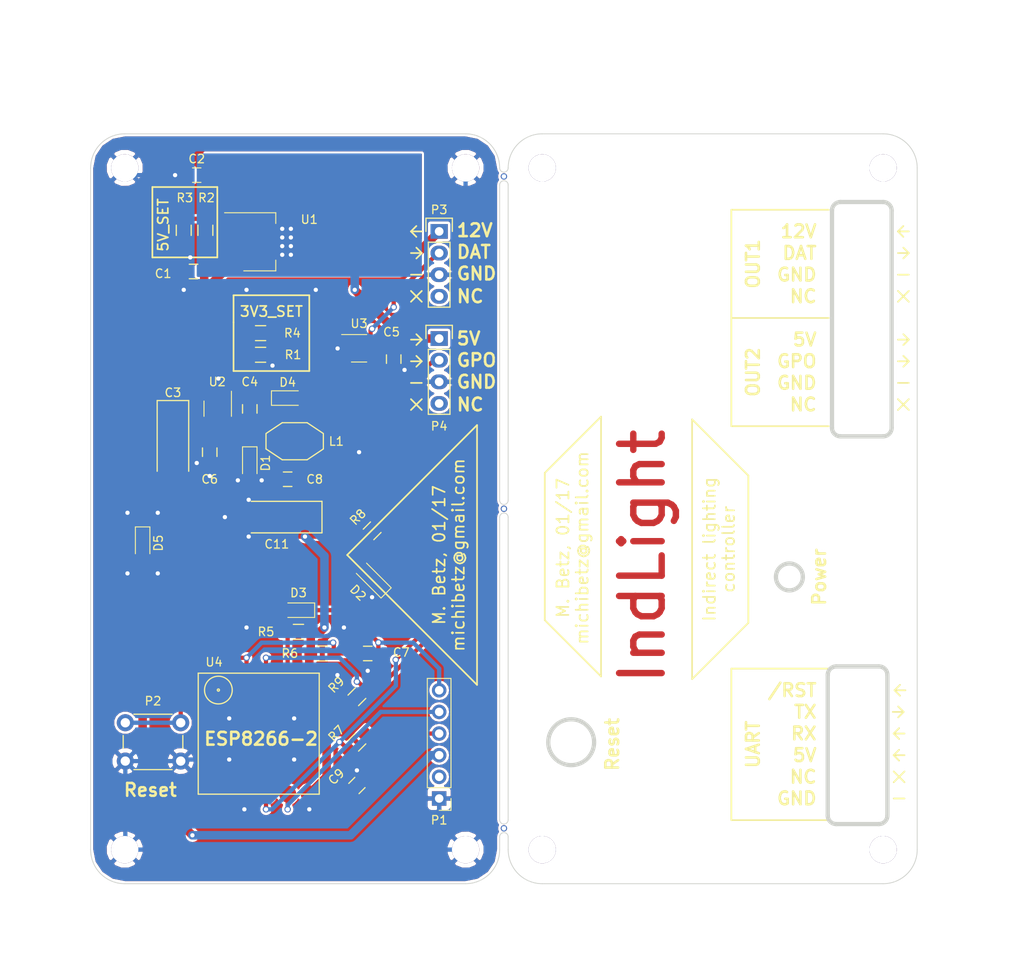
<source format=kicad_pcb>
(kicad_pcb (version 20160815) (host pcbnew no-vcs-found-7434~57~ubuntu16.04.1)
  (layers (0 F.Cu signal) (31 B.Cu signal) (34 B.Paste user) (35 F.Paste user) (36 B.SilkS user) (37 F.SilkS user) (38 B.Mask user) (39 F.Mask user) (44 Edge.Cuts user))
  (net 0 "")
  (net 1 +12V)
  (net 2 GND)
  (net 3 "Net-(C4-Pad1)")
  (net 4 "Net-(C4-Pad2)")
  (net 5 +5V)
  (net 6 +3V3)
  (net 7 /ESP_TX)
  (net 8 /ESP_RX)
  (net 9 /ESP_G2)
  (net 10 "Net-(P3-Pad2)")
  (net 11 "Net-(P4-Pad2)")
  (net 12 "Net-(R2-Pad1)")
  (net 13 "Net-(R1-Pad2)")
  (net 14 "Net-(D2-Pad2)")
  (net 15 "Net-(C7-Pad1)")
  (net 16 "Net-(D3-Pad2)")
  (net 17 "Net-(P1-Pad4)")
  (net 18 "Net-(C7-Pad2)")
  (net 19 "Net-(P1-Pad2)")
  (net 20 "Net-(D5-Pad2)")
  (net 21 "Net-(P4-Pad4)")
  (net 22 "Net-(P3-Pad4)")
  (module SOT-223 (layer F.Cu) (at 67.816499 61.671897)
    (fp_text reference U1 (at 5.843501 -2.616897) (layer F.SilkS))
    (fp_text value REG1117)
    (pad 4 smd rect (at 3.15 0) (size 2 3.8) (layers F.Cu F.Paste F.Mask) (net 5 +5V))
    (pad 2 smd rect (at -3.15 0) (size 2 1.5) (layers F.Cu F.Paste F.Mask) (net 5 +5V))
    (pad 3 smd rect (at -3.15 2.3) (size 2 1.5) (layers F.Cu F.Paste F.Mask) (net 1 +12V))
    (pad 1 smd rect (at -3.15 -2.3) (size 2 1.5) (layers F.Cu F.Paste F.Mask) (net 12 "Net-(R2-Pad1)"))
    (pad 4 thru_hole circle (at 2.667 -1.524) (size 0.75 0.75) (drill 0.5) (layers *.Cu F.Mask) (net 5 +5V))
    (pad 4 thru_hole circle (at 3.683 -1.524) (size 0.75 0.75) (drill 0.5) (layers *.Cu F.Mask) (net 5 +5V))
    (pad 4 thru_hole circle (at 2.667 -0.508) (size 0.75 0.75) (drill 0.5) (layers *.Cu F.Mask) (net 5 +5V))
    (pad 4 thru_hole circle (at 3.683 -0.508) (size 0.75 0.75) (drill 0.5) (layers *.Cu F.Mask) (net 5 +5V))
    (pad 4 thru_hole circle (at 2.667 0.508) (size 0.75 0.75) (drill 0.5) (layers *.Cu F.Mask) (net 5 +5V))
    (pad 4 thru_hole circle (at 3.683 0.508) (size 0.75 0.75) (drill 0.5) (layers *.Cu F.Mask) (net 5 +5V))
    (pad 4 thru_hole circle (at 3.683 1.524) (size 0.75 0.75) (drill 0.5) (layers *.Cu F.Mask) (net 5 +5V))
    (pad 4 thru_hole circle (at 2.667 1.524) (size 0.75 0.75) (drill 0.5) (layers *.Cu F.Mask) (net 5 +5V))
  )
  (module Socket_Strips:Socket_Strip_Straight_1x04 (layer F.Cu) (at 88.9 60.452 270)
    (fp_text reference P3 (at -2.54 0) (layer F.SilkS))
    (fp_text value CONN_01X04)
    (pad 1 thru_hole rect (at 0 0 270) (size 1.7272 2.032) (drill 1.016) (layers *.Cu *.Mask) (net 1 +12V))
    (pad 2 thru_hole oval (at 2.54 0 270) (size 1.7272 2.032) (drill 1.016) (layers *.Cu *.Mask) (net 10 "Net-(P3-Pad2)"))
    (pad 3 thru_hole oval (at 5.08 0 270) (size 1.7272 2.032) (drill 1.016) (layers *.Cu *.Mask) (net 2 GND))
    (pad 4 thru_hole oval (at 7.62 0 270) (size 1.7272 2.032) (drill 1.016) (layers *.Cu *.Mask) (net 22 "Net-(P3-Pad4)"))
  )
  (module Socket_Strips:Socket_Strip_Straight_1x04 (layer F.Cu) (at 88.9 73.025 270)
    (fp_text reference P4 (at 10.287 0) (layer F.SilkS))
    (fp_text value CONN_01X04)
    (pad 4 thru_hole oval (at 7.62 0 270) (size 1.7272 2.032) (drill 1.016) (layers *.Cu *.Mask) (net 21 "Net-(P4-Pad4)"))
    (pad 3 thru_hole oval (at 5.08 0 270) (size 1.7272 2.032) (drill 1.016) (layers *.Cu *.Mask) (net 2 GND))
    (pad 2 thru_hole oval (at 2.54 0 270) (size 1.7272 2.032) (drill 1.016) (layers *.Cu *.Mask) (net 11 "Net-(P4-Pad2)"))
    (pad 1 thru_hole rect (at 0 0 270) (size 1.7272 2.032) (drill 1.016) (layers *.Cu *.Mask) (net 5 +5V))
  )
  (module Mounting_Holes:MountingHole_3.2mm_M3 (layer F.Cu) (at 141 53)
    (fp_text reference W2 hide)
    (fp_text value TEST_1P)
    (pad 1 thru_hole circle (at 0 0) (size 3.2 3.2) (drill 3.2) (layers *.Cu *.Mask) (net 2 GND))
  )
  (module Mounting_Holes:MountingHole_3.2mm_M3 (layer F.Cu) (at 101 133)
    (fp_text reference W3 hide)
    (fp_text value TEST_1P)
    (pad 1 thru_hole circle (at 0 0) (size 3.2 3.2) (drill 3.2) (layers *.Cu *.Mask) (net 2 GND))
  )
  (module Mounting_Holes:MountingHole_3.2mm_M3 (layer F.Cu) (at 141 133)
    (fp_text reference W4 hide)
    (fp_text value TEST_1P)
    (pad 1 thru_hole circle (at 0 0) (size 3.2 3.2) (drill 3.2) (layers *.Cu *.Mask) (net 2 GND))
  )
  (module Mounting_Holes:MountingHole_3.2mm_M3 (layer F.Cu) (at 101 53)
    (fp_text reference W1 hide)
    (fp_text value TEST_1P)
    (pad 1 thru_hole circle (at 0 0) (size 3.2 3.2) (drill 3.2) (layers *.Cu *.Mask) (net 2 GND))
  )
  (module Diodes_SMD:D_SOD-323_HandSoldering (layer F.Cu) (at 66.675 87.63 270)
    (fp_text reference D1 (at 0 -1.85 270) (layer F.SilkS))
    (fp_text value B5819WS)
    (pad 1 smd rect (at -1.25 0 270) (size 1 1) (layers F.Cu F.Paste F.Mask) (net 3 "Net-(C4-Pad1)"))
    (pad 2 smd rect (at 1.25 0 270) (size 1 1) (layers F.Cu F.Paste F.Mask) (net 2 GND))
  )
  (module Diodes_SMD:D_SOD-323_HandSoldering (layer F.Cu) (at 72.39 104.902 180)
    (fp_text reference D3 (at 0 2.032 180) (layer F.SilkS))
    (fp_text value B5819WS)
    (pad 2 smd rect (at 1.25 0 180) (size 1 1) (layers F.Cu F.Paste F.Mask) (net 16 "Net-(D3-Pad2)"))
    (pad 1 smd rect (at -1.25 0 180) (size 1 1) (layers F.Cu F.Paste F.Mask) (net 18 "Net-(C7-Pad2)"))
  )
  (module Diodes_SMD:D_SOD-323_HandSoldering (layer F.Cu) (at 71.12 80.01)
    (fp_text reference D4 (at 0 -1.85) (layer F.SilkS))
    (fp_text value B5819WS)
    (pad 1 smd rect (at -1.25 0) (size 1 1) (layers F.Cu F.Paste F.Mask) (net 4 "Net-(C4-Pad2)"))
    (pad 2 smd rect (at 1.25 0) (size 1 1) (layers F.Cu F.Paste F.Mask) (net 6 +3V3))
  )
  (module Diodes_SMD:D_SOD-323_HandSoldering (layer F.Cu) (at 54.102 97.028 270)
    (fp_text reference D5 (at 0 -1.85 270) (layer F.SilkS))
    (fp_text value B5819WS)
    (pad 2 smd rect (at 1.25 0 270) (size 1 1) (layers F.Cu F.Paste F.Mask) (net 20 "Net-(D5-Pad2)"))
    (pad 1 smd rect (at -1.25 0 270) (size 1 1) (layers F.Cu F.Paste F.Mask) (net 1 +12V))
  )
  (module TO_SOT_Packages_SMD:SOT-23-6_Handsoldering (layer F.Cu) (at 79.502 74.168)
    (fp_text reference U3 (at 0 -2.9) (layer F.SilkS))
    (fp_text value SN74LVC2G17)
    (pad 1 smd rect (at -1.35 -0.95) (size 1.56 0.65) (layers F.Cu F.Paste F.Mask) (net 8 /ESP_RX))
    (pad 2 smd rect (at -1.35 0) (size 1.56 0.65) (layers F.Cu F.Paste F.Mask) (net 2 GND))
    (pad 3 smd rect (at -1.35 0.95) (size 1.56 0.65) (layers F.Cu F.Paste F.Mask) (net 9 /ESP_G2))
    (pad 4 smd rect (at 1.35 0.95) (size 1.56 0.65) (layers F.Cu F.Paste F.Mask) (net 11 "Net-(P4-Pad2)"))
    (pad 6 smd rect (at 1.35 -0.95) (size 1.56 0.65) (layers F.Cu F.Paste F.Mask) (net 10 "Net-(P3-Pad2)"))
    (pad 5 smd rect (at 1.35 0) (size 1.56 0.65) (layers F.Cu F.Paste F.Mask) (net 5 +5V))
  )
  (module Capacitors_SMD:C_0805_HandSoldering (layer F.Cu) (at 60.452 53.848 180)
    (fp_text reference C2 (at 0 1.905 180) (layer F.SilkS))
    (fp_text value 470n)
    (pad 2 smd rect (at 1.25 0 180) (size 1.5 1.25) (layers F.Cu F.Paste F.Mask) (net 2 GND))
    (pad 1 smd rect (at -1.25 0 180) (size 1.5 1.25) (layers F.Cu F.Paste F.Mask) (net 5 +5V))
  )
  (module TO_SOT_Packages_SMD:SOT-23-6_Handsoldering (layer F.Cu) (at 62.912982 81.254168 270)
    (fp_text reference U2 (at -3.149168 0.047982) (layer F.SilkS))
    (fp_text value LT1933)
    (pad 5 smd rect (at 1.35 0 270) (size 1.56 0.65) (layers F.Cu F.Paste F.Mask) (net 1 +12V))
    (pad 6 smd rect (at 1.35 -0.95 270) (size 1.56 0.65) (layers F.Cu F.Paste F.Mask) (net 3 "Net-(C4-Pad1)"))
    (pad 4 smd rect (at 1.35 0.95 270) (size 1.56 0.65) (layers F.Cu F.Paste F.Mask) (net 1 +12V))
    (pad 3 smd rect (at -1.35 0.95 270) (size 1.56 0.65) (layers F.Cu F.Paste F.Mask) (net 13 "Net-(R1-Pad2)"))
    (pad 2 smd rect (at -1.35 0 270) (size 1.56 0.65) (layers F.Cu F.Paste F.Mask) (net 2 GND))
    (pad 1 smd rect (at -1.35 -0.95 270) (size 1.56 0.65) (layers F.Cu F.Paste F.Mask) (net 4 "Net-(C4-Pad2)"))
  )
  (module myStuff:DO1608 (layer F.Cu) (at 71.755 85.09 180)
    (fp_text reference L1 (at -5.08 0) (layer F.SilkS))
    (fp_text value 22uH)
    (pad 1 smd rect (at -2.92 0 180) (size 1.4 3.56) (layers F.Cu F.Paste F.Mask) (net 6 +3V3))
    (pad 2 smd rect (at 2.54 0 180) (size 1.4 3.56) (layers F.Cu F.Paste F.Mask) (net 3 "Net-(C4-Pad1)"))
  )
  (module Mounting_Holes:MountingHole_3.2mm_M3 (layer F.Cu) (at 92 53)
    (fp_text reference W2 hide)
    (fp_text value TEST_1P)
    (pad 1 thru_hole circle (at 0 0) (size 3.2 3.2) (drill 3.2) (layers *.Cu *.Mask) (net 2 GND))
  )
  (module Mounting_Holes:MountingHole_3.2mm_M3 (layer F.Cu) (at 92 133)
    (fp_text reference W4 hide)
    (fp_text value TEST_1P)
    (pad 1 thru_hole circle (at 0 0) (size 3.2 3.2) (drill 3.2) (layers *.Cu *.Mask) (net 2 GND))
  )
  (module Mounting_Holes:MountingHole_3.2mm_M3 (layer F.Cu) (at 52 53)
    (fp_text reference W1 hide)
    (fp_text value TEST_1P)
    (pad 1 thru_hole circle (at 0 0) (size 3.2 3.2) (drill 3.2) (layers *.Cu *.Mask) (net 2 GND))
  )
  (module Mounting_Holes:MountingHole_3.2mm_M3 (layer F.Cu) (at 52 133)
    (fp_text reference W3 hide)
    (fp_text value TEST_1P)
    (pad 1 thru_hole circle (at 0 0) (size 3.2 3.2) (drill 3.2) (layers *.Cu *.Mask) (net 2 GND))
  )
  (module Buttons_Switches_ThroughHole:SW_PUSH_6mm (layer F.Cu) (at 52.07 118.11)
    (fp_text reference P2 (at 3.25 -2.54) (layer F.SilkS))
    (fp_text value CONN_01X02)
    (pad 1 thru_hole circle (at 6.5 0 90) (size 2 2) (drill 1.1) (layers *.Cu *.Mask) (net 15 "Net-(C7-Pad1)"))
    (pad 2 thru_hole circle (at 6.5 4.5 90) (size 2 2) (drill 1.1) (layers *.Cu *.Mask) (net 2 GND))
    (pad 1 thru_hole circle (at 0 0 90) (size 2 2) (drill 1.1) (layers *.Cu *.Mask) (net 15 "Net-(C7-Pad1)"))
    (pad 2 thru_hole circle (at 0 4.5 90) (size 2 2) (drill 1.1) (layers *.Cu *.Mask) (net 2 GND))
  )
  (module Capacitors_SMD:C_0805_HandSoldering (layer F.Cu) (at 80.518 109.982)
    (fp_text reference C7 (at 3.937 -0.127 -180) (layer F.SilkS))
    (fp_text value 100n)
    (pad 2 smd rect (at 1.25 0) (size 1.5 1.25) (layers F.Cu F.Paste F.Mask) (net 18 "Net-(C7-Pad2)"))
    (pad 1 smd rect (at -1.25 0) (size 1.5 1.25) (layers F.Cu F.Paste F.Mask) (net 15 "Net-(C7-Pad1)"))
  )
  (module Resistors_SMD:R_0805_HandSoldering (layer F.Cu) (at 79.248 115.062 45)
    (fp_text reference R9 (at -0.71842 -2.694077 225) (layer F.SilkS))
    (fp_text value 10k)
    (pad 2 smd rect (at 1.35 0 45) (size 1.5 1.3) (layers F.Cu F.Paste F.Mask) (net 9 /ESP_G2))
    (pad 1 smd rect (at -1.35 0 45) (size 1.5 1.3) (layers F.Cu F.Paste F.Mask) (net 6 +3V3))
  )
  (module Pin_Headers:Pin_Header_Straight_1x06_Pitch2.54mm (layer F.Cu) (at 88.9 127 180)
    (fp_text reference P1 (at 0 -2.54 180) (layer F.SilkS))
    (fp_text value TTL_232R_3V3)
    (pad 6 thru_hole oval (at 0 12.7 180) (size 1.7 1.7) (drill 1) (layers *.Cu *.Mask) (net 18 "Net-(C7-Pad2)"))
    (pad 5 thru_hole oval (at 0 10.16 180) (size 1.7 1.7) (drill 1) (layers *.Cu *.Mask) (net 7 /ESP_TX))
    (pad 4 thru_hole oval (at 0 7.62 180) (size 1.7 1.7) (drill 1) (layers *.Cu *.Mask) (net 17 "Net-(P1-Pad4)"))
    (pad 3 thru_hole oval (at 0 5.08 180) (size 1.7 1.7) (drill 1) (layers *.Cu *.Mask) (net 20 "Net-(D5-Pad2)"))
    (pad 2 thru_hole oval (at 0 2.54 180) (size 1.7 1.7) (drill 1) (layers *.Cu *.Mask) (net 19 "Net-(P1-Pad2)"))
    (pad 1 thru_hole rect (at 0 0 180) (size 1.7 1.7) (drill 1) (layers *.Cu *.Mask) (net 2 GND))
  )
  (module Capacitors_Tantalum_SMD:Tantalum_Case-C_EIA-6032-28_Hand (layer F.Cu) (at 69.85 93.98 180)
    (fp_text reference C11 (at 0 -3.175 180) (layer F.SilkS))
    (fp_text value 33u)
    (pad 1 smd rect (at -3.125 0 180) (size 3.75 2.5) (layers F.Cu F.Paste F.Mask) (net 6 +3V3))
    (pad 2 smd rect (at 3.125 0 180) (size 3.75 2.5) (layers F.Cu F.Paste F.Mask) (net 2 GND))
  )
  (module Resistors_SMD:R_0805_HandSoldering (layer F.Cu) (at 81.03645 95.587628 45)
    (fp_text reference R8 (at -0.038058 -2.311587 45) (layer F.SilkS))
    (fp_text value 56R)
    (pad 2 smd rect (at 1.35 0 45) (size 1.5 1.3) (layers F.Cu F.Paste F.Mask) (net 6 +3V3))
    (pad 1 smd rect (at -1.35 0 45) (size 1.5 1.3) (layers F.Cu F.Paste F.Mask) (net 14 "Net-(D2-Pad2)"))
  )
  (module LEDs:LED_1206 (layer F.Cu) (at 80.90945 101.112128 135)
    (fp_text reference D2 (at -0.157983 -2.328023 315) (layer F.SilkS))
    (fp_text value LED)
    (pad 1 smd rect (at -1.65 0 315) (size 1.5 1.5) (layers F.Cu F.Paste F.Mask) (net 2 GND))
    (pad 2 smd rect (at 1.65 0 315) (size 1.5 1.5) (layers F.Cu F.Paste F.Mask) (net 14 "Net-(D2-Pad2)"))
  )
  (module Capacitors_SMD:C_0805_HandSoldering (layer F.Cu) (at 61.976 86.36 270)
    (fp_text reference C6 (at 3.175 0) (layer F.SilkS))
    (fp_text value 2u2)
    (pad 1 smd rect (at -1.25 0 270) (size 1.5 1.25) (layers F.Cu F.Paste F.Mask) (net 1 +12V))
    (pad 2 smd rect (at 1.25 0 270) (size 1.5 1.25) (layers F.Cu F.Paste F.Mask) (net 2 GND))
  )
  (module Resistors_SMD:R_0805_HandSoldering (layer F.Cu) (at 67.945 74.93 180)
    (fp_text reference R1 (at -3.81 0 180) (layer F.SilkS))
    (fp_text value 10k)
    (pad 1 smd rect (at -1.35 0 180) (size 1.5 1.3) (layers F.Cu F.Paste F.Mask) (net 2 GND))
    (pad 2 smd rect (at 1.35 0 180) (size 1.5 1.3) (layers F.Cu F.Paste F.Mask) (net 13 "Net-(R1-Pad2)"))
  )
  (module Resistors_SMD:R_0805_HandSoldering (layer F.Cu) (at 67.945 72.39 180)
    (fp_text reference R4 (at -3.73 0) (layer F.SilkS))
    (fp_text value 16.5k)
    (pad 1 smd rect (at -1.35 0 180) (size 1.5 1.3) (layers F.Cu F.Paste F.Mask) (net 6 +3V3))
    (pad 2 smd rect (at 1.35 0 180) (size 1.5 1.3) (layers F.Cu F.Paste F.Mask) (net 13 "Net-(R1-Pad2)"))
  )
  (module Capacitors_Tantalum_SMD:Tantalum_Case-C_EIA-6032-28_Hand (layer F.Cu) (at 57.658 85.598 270)
    (fp_text reference C3 (at -6.223 0) (layer F.SilkS))
    (fp_text value 33u)
    (pad 1 smd rect (at -3.125 0 270) (size 3.75 2.5) (layers F.Cu F.Paste F.Mask) (net 1 +12V))
    (pad 2 smd rect (at 3.125 0 270) (size 3.75 2.5) (layers F.Cu F.Paste F.Mask) (net 2 GND))
  )
  (module myStuff:ESP8266_ESP-02 (layer F.Cu) (at 66.04 126.468)
    (fp_text reference U4 (at -3.556 -15.47) (layer F.SilkS))
    (fp_text value esp8266_esp-02)
    (pad 8 smd circle (at 0 -14.2) (size 2 2) (layers F.Cu F.Paste F.Mask) (net 15 "Net-(C7-Pad1)"))
    (pad 7 smd circle (at 2.54 -14.2) (size 2 2) (layers F.Cu F.Paste F.Mask) (net 9 /ESP_G2))
    (pad 6 smd circle (at 5.08 -14.2) (size 2 2) (layers F.Cu F.Paste F.Mask) (net 16 "Net-(D3-Pad2)"))
    (pad 5 smd circle (at 7.62 -14.2) (size 2 2) (layers F.Cu F.Paste F.Mask) (net 6 +3V3))
    (pad 4 smd circle (at 7.62 0) (size 2 2) (layers F.Cu F.Paste F.Mask) (net 6 +3V3))
    (pad 3 smd circle (at 5.08 0) (size 2 2) (layers F.Cu F.Paste F.Mask) (net 7 /ESP_TX))
    (pad 2 smd circle (at 2.54 0) (size 2 2) (layers F.Cu F.Paste F.Mask) (net 8 /ESP_RX))
    (pad 1 smd circle (at 0 0) (size 2 2) (layers F.Cu F.Paste F.Mask) (net 2 GND))
  )
  (module Capacitors_SMD:C_0805_HandSoldering (layer F.Cu) (at 66.675 81.28 90)
    (fp_text reference C4 (at 3.175 0) (layer F.SilkS))
    (fp_text value 100n)
    (pad 1 smd rect (at -1.25 0 90) (size 1.5 1.25) (layers F.Cu F.Paste F.Mask) (net 3 "Net-(C4-Pad1)"))
    (pad 2 smd rect (at 1.25 0 90) (size 1.5 1.25) (layers F.Cu F.Paste F.Mask) (net 4 "Net-(C4-Pad2)"))
  )
  (module Resistors_SMD:R_0805_HandSoldering (layer F.Cu) (at 79.248 120.396 45)
    (fp_text reference R7 (at -0.987828 -2.424669 225) (layer F.SilkS))
    (fp_text value 1k)
    (pad 1 smd rect (at -1.35 0 45) (size 1.5 1.3) (layers F.Cu F.Paste F.Mask) (net 8 /ESP_RX))
    (pad 2 smd rect (at 1.35 0 45) (size 1.5 1.3) (layers F.Cu F.Paste F.Mask) (net 17 "Net-(P1-Pad4)"))
  )
  (module Capacitors_SMD:C_0805_HandSoldering (layer F.Cu) (at 60.074719 65.154507 180)
    (fp_text reference C1 (at 3.559719 -0.250493 180) (layer F.SilkS))
    (fp_text value 470n)
    (pad 1 smd rect (at -1.25 0 180) (size 1.5 1.25) (layers F.Cu F.Paste F.Mask) (net 1 +12V))
    (pad 2 smd rect (at 1.25 0 180) (size 1.5 1.25) (layers F.Cu F.Paste F.Mask) (net 2 GND))
  )
  (module Capacitors_SMD:C_0805_HandSoldering (layer F.Cu) (at 83.566 75.438 270)
    (fp_text reference C5 (at -3.175 0.254) (layer F.SilkS))
    (fp_text value 470n)
    (pad 1 smd rect (at -1.25 0 270) (size 1.5 1.25) (layers F.Cu F.Paste F.Mask) (net 5 +5V))
    (pad 2 smd rect (at 1.25 0 270) (size 1.5 1.25) (layers F.Cu F.Paste F.Mask) (net 2 GND))
  )
  (module Capacitors_SMD:C_0805_HandSoldering (layer F.Cu) (at 79.248 125.476 45)
    (fp_text reference C9 (at -0.987828 -2.424669 45) (layer F.SilkS))
    (fp_text value 470n)
    (pad 1 smd rect (at -1.249999 0 45) (size 1.5 1.25) (layers F.Cu F.Paste F.Mask) (net 6 +3V3))
    (pad 2 smd rect (at 1.249999 0 45) (size 1.5 1.25) (layers F.Cu F.Paste F.Mask) (net 2 GND))
  )
  (module Resistors_SMD:R_0805_HandSoldering (layer F.Cu) (at 61.466499 60.321897 270)
    (fp_text reference R2 (at -3.806897 -0.128501) (layer F.SilkS))
    (fp_text value 249R)
    (pad 1 smd rect (at -1.35 0 270) (size 1.5 1.3) (layers F.Cu F.Paste F.Mask) (net 12 "Net-(R2-Pad1)"))
    (pad 2 smd rect (at 1.35 0 270) (size 1.5 1.3) (layers F.Cu F.Paste F.Mask) (net 5 +5V))
  )
  (module Resistors_SMD:R_0805_HandSoldering (layer F.Cu) (at 58.926499 60.321897 90)
    (fp_text reference R3 (at 3.806897 0.128501 180) (layer F.SilkS))
    (fp_text value 750R)
    (pad 1 smd rect (at -1.35 0 90) (size 1.5 1.3) (layers F.Cu F.Paste F.Mask) (net 2 GND))
    (pad 2 smd rect (at 1.35 0 90) (size 1.5 1.3) (layers F.Cu F.Paste F.Mask) (net 12 "Net-(R2-Pad1)"))
  )
  (module Resistors_SMD:R_0805_HandSoldering (layer F.Cu) (at 72.39 107.442 180)
    (fp_text reference R5 (at 3.81 0 180) (layer F.SilkS))
    (fp_text value 10k)
    (pad 1 smd rect (at -1.35 0 180) (size 1.5 1.3) (layers F.Cu F.Paste F.Mask) (net 6 +3V3))
    (pad 2 smd rect (at 1.35 0 180) (size 1.5 1.3) (layers F.Cu F.Paste F.Mask) (net 16 "Net-(D3-Pad2)"))
  )
  (module Resistors_SMD:R_0805_HandSoldering (layer F.Cu) (at 75.184 109.982)
    (fp_text reference R6 (at -3.81 0) (layer F.SilkS))
    (fp_text value 10k)
    (pad 1 smd rect (at -1.35 0) (size 1.5 1.3) (layers F.Cu F.Paste F.Mask) (net 6 +3V3))
    (pad 2 smd rect (at 1.35 0) (size 1.5 1.3) (layers F.Cu F.Paste F.Mask) (net 15 "Net-(C7-Pad1)"))
  )
  (module Capacitors_SMD:C_0805_HandSoldering (layer F.Cu) (at 71.12 89.535 180)
    (fp_text reference C8 (at -3.175 0) (layer F.SilkS))
    (fp_text value 2u2)
    (pad 1 smd rect (at -1.25 0 180) (size 1.5 1.25) (layers F.Cu F.Paste F.Mask) (net 6 +3V3))
    (pad 2 smd rect (at 1.25 0 180) (size 1.5 1.25) (layers F.Cu F.Paste F.Mask) (net 2 GND))
  )
  (gr_arc (start 52 133) (end 52 137) (angle 90) (layer Edge.Cuts) (width 0.1))
  (gr_arc (start 52 53) (end 48 53) (angle 90) (layer Edge.Cuts) (width 0.1))
  (gr_line (start 52 49) (end 92 49) (layer Edge.Cuts) (width 0.1))
  (gr_arc (start 96.5 53) (end 97 53) (angle 180) (layer Edge.Cuts) (width 0.1))
  (gr_arc (start 92 53) (end 92 49) (angle 90) (layer Edge.Cuts) (width 0.1))
  (gr_arc (start 101 53) (end 97 53) (angle 90) (layer Edge.Cuts) (width 0.1))
  (gr_arc (start 141 53) (end 141 49) (angle 90) (layer Edge.Cuts) (width 0.1))
  (gr_arc (start 141 133) (end 145 133) (angle 90) (layer Edge.Cuts) (width 0.1))
  (gr_line (start 141 137) (end 101 137) (layer Edge.Cuts) (width 0.1))
  (gr_line (start 97 133) (end 97 131.5) (layer Edge.Cuts) (width 0.1))
  (gr_arc (start 101 133) (end 101 137) (angle 90) (layer Edge.Cuts) (width 0.1))
  (gr_line (start 96 133) (end 96 131.5) (layer Edge.Cuts) (width 0.1))
  (gr_arc (start 92 133) (end 96 133) (angle 90) (layer Edge.Cuts) (width 0.1))
  (gr_arc (start 96.5 131.5) (end 96 131.5) (angle 180) (layer Edge.Cuts) (width 0.1))
  (gr_line (start 142.74 81.407) (end 144.01 80.137) (layer F.SilkS) (width 0.2))
  (gr_line (start 142.74 65.532) (end 144.01 65.532) (layer F.SilkS) (width 0.2))
  (gr_line (start 144.01 62.992) (end 143.375 63.627) (layer F.SilkS) (width 0.2))
  (gr_line (start 142.74 68.707) (end 144.01 67.437) (layer F.SilkS) (width 0.2))
  (gr_line (start 142.74 60.452) (end 143.375 59.817) (layer F.SilkS) (width 0.2))
  (gr_line (start 144.01 62.992) (end 143.375 62.357) (layer F.SilkS) (width 0.2))
  (gr_line (start 142.74 80.137) (end 144.01 81.407) (layer F.SilkS) (width 0.2))
  (gr_line (start 144.01 75.692) (end 143.375 76.327) (layer F.SilkS) (width 0.2))
  (gr_line (start 144.01 75.692) (end 143.375 75.057) (layer F.SilkS) (width 0.2))
  (gr_line (start 142.74 67.437) (end 144.01 68.707) (layer F.SilkS) (width 0.2))
  (gr_line (start 144.01 73.152) (end 143.375 73.787) (layer F.SilkS) (width 0.2))
  (gr_line (start 142.74 60.452) (end 143.375 61.087) (layer F.SilkS) (width 0.2))
  (gr_line (start 144.01 73.152) (end 143.375 72.517) (layer F.SilkS) (width 0.2))
  (gr_line (start 142.74 62.992) (end 144.01 62.992) (layer F.SilkS) (width 0.2))
  (gr_line (start 142.74 78.232) (end 144.01 78.232) (layer F.SilkS) (width 0.2))
  (gr_line (start 142.74 75.692) (end 144.01 75.692) (layer F.SilkS) (width 0.2))
  (gr_line (start 144.01 60.452) (end 142.74 60.452) (layer F.SilkS) (width 0.2))
  (gr_line (start 142.74 73.152) (end 144.01 73.152) (layer F.SilkS) (width 0.2))
  (gr_line (start 86.86 75.692) (end 86.225 76.327) (layer F.SilkS) (width 0.2))
  (gr_line (start 85.59 62.992) (end 86.86 62.992) (layer F.SilkS) (width 0.2))
  (gr_line (start 85.59 73.152) (end 86.86 73.152) (layer F.SilkS) (width 0.2))
  (gr_line (start 85.59 67.437) (end 86.86 68.707) (layer F.SilkS) (width 0.2))
  (gr_line (start 85.59 78.232) (end 86.86 78.232) (layer F.SilkS) (width 0.2))
  (gr_line (start 86.86 60.452) (end 85.59 60.452) (layer F.SilkS) (width 0.2))
  (gr_line (start 85.59 81.407) (end 86.86 80.137) (layer F.SilkS) (width 0.2))
  (gr_line (start 85.59 60.452) (end 86.225 59.817) (layer F.SilkS) (width 0.2))
  (gr_line (start 86.86 62.992) (end 86.225 63.627) (layer F.SilkS) (width 0.2))
  (gr_line (start 85.59 68.707) (end 86.86 67.437) (layer F.SilkS) (width 0.2))
  (gr_line (start 85.59 60.452) (end 86.225 61.087) (layer F.SilkS) (width 0.2))
  (gr_line (start 86.86 73.152) (end 86.225 72.517) (layer F.SilkS) (width 0.2))
  (gr_line (start 86.86 62.992) (end 86.225 62.357) (layer F.SilkS) (width 0.2))
  (gr_line (start 86.86 75.692) (end 86.225 75.057) (layer F.SilkS) (width 0.2))
  (gr_line (start 86.86 73.152) (end 86.225 73.787) (layer F.SilkS) (width 0.2))
  (gr_line (start 85.59 80.137) (end 86.86 81.407) (layer F.SilkS) (width 0.2))
  (gr_line (start 85.59 65.532) (end 86.86 65.532) (layer F.SilkS) (width 0.2))
  (gr_line (start 85.59 75.692) (end 86.86 75.692) (layer F.SilkS) (width 0.2))
  (gr_text NC (at 90.805 68.072) (layer F.SilkS) (effects (font (size 1.5 1.5) (thickness 0.3)) (justify left)))
  (gr_text NC (at 90.805 80.772) (layer F.SilkS) (effects (font (size 1.5 1.5) (thickness 0.3)) (justify left)))
  (gr_text Power (at 133.5 101 90) (layer F.SilkS) (effects (font (size 1.5 1.5) (thickness 0.3))))
  (gr_circle (center 130 101) (end 131.5 100.5) (layer Edge.Cuts) (width 0.5))
  (gr_line (start 142.24 127) (end 143.51 127) (layer F.SilkS) (width 0.2))
  (gr_line (start 142.24 123.825) (end 143.51 125.095) (layer F.SilkS) (width 0.2))
  (gr_line (start 142.24 125.095) (end 143.51 123.825) (layer F.SilkS) (width 0.2))
  (gr_line (start 123.19 129.54) (end 134.62 129.54) (layer F.SilkS) (width 0.2))
  (gr_line (start 123.19 111.76) (end 123.19 129.54) (layer F.SilkS) (width 0.2))
  (gr_line (start 134.62 111.76) (end 123.19 111.76) (layer F.SilkS) (width 0.2))
  (gr_line (start 123.19 83.312) (end 134.62 83.312) (layer F.SilkS) (width 0.2))
  (gr_line (start 123.19 70.612) (end 123.19 83.312) (layer F.SilkS) (width 0.2))
  (gr_line (start 123.19 70.612) (end 134.62 70.612) (layer F.SilkS) (width 0.2))
  (gr_line (start 123.19 57.912) (end 123.19 70.612) (layer F.SilkS) (width 0.2))
  (gr_line (start 134.62 57.912) (end 123.19 57.912) (layer F.SilkS) (width 0.2))
  (gr_text OUT1 (at 125.73 64.262 90) (layer F.SilkS) (effects (font (size 1.5 1.5) (thickness 0.3))))
  (gr_text OUT2 (at 125.73 76.962 90) (layer F.SilkS) (effects (font (size 1.5 1.5) (thickness 0.3))))
  (gr_text UART (at 125.73 120.65 90) (layer F.SilkS) (effects (font (size 1.5 1.5) (thickness 0.3))))
  (gr_line (start 142.24 121.92) (end 142.875 122.555) (layer F.SilkS) (width 0.2))
  (gr_line (start 143.51 121.92) (end 142.24 121.92) (layer F.SilkS) (width 0.2))
  (gr_line (start 142.24 121.92) (end 142.875 121.285) (layer F.SilkS) (width 0.2))
  (gr_line (start 142.24 119.38) (end 142.875 120.015) (layer F.SilkS) (width 0.2))
  (gr_line (start 142.24 119.38) (end 142.875 118.745) (layer F.SilkS) (width 0.2))
  (gr_line (start 143.51 119.38) (end 142.24 119.38) (layer F.SilkS) (width 0.2))
  (gr_line (start 143.40319 116.84) (end 142.76819 117.475) (layer F.SilkS) (width 0.2))
  (gr_line (start 143.40319 116.84) (end 142.76819 116.205) (layer F.SilkS) (width 0.2))
  (gr_line (start 142.13319 116.84) (end 143.40319 116.84) (layer F.SilkS) (width 0.2))
  (gr_line (start 143.61681 114.3) (end 142.34681 114.3) (layer F.SilkS) (width 0.2))
  (gr_line (start 142.34681 114.3) (end 142.98181 113.665) (layer F.SilkS) (width 0.2))
  (gr_line (start 142.34681 114.3) (end 142.98181 114.935) (layer F.SilkS) (width 0.2))
  (gr_text 12V (at 133.35 60.452) (layer F.SilkS) (effects (font (size 1.5 1.5) (thickness 0.3)) (justify right)))
  (gr_text DAT (at 133.35 62.992) (layer F.SilkS) (effects (font (size 1.5 1.5) (thickness 0.3)) (justify right)))
  (gr_text GND (at 133.35 65.532) (layer F.SilkS) (effects (font (size 1.5 1.5) (thickness 0.3)) (justify right)))
  (gr_text NC (at 133.35 68.072) (layer F.SilkS) (effects (font (size 1.5 1.5) (thickness 0.3)) (justify right)))
  (gr_text 5V (at 133.35 73.152) (layer F.SilkS) (effects (font (size 1.5 1.5) (thickness 0.3)) (justify right)))
  (gr_text GPO (at 133.35 75.692) (layer F.SilkS) (effects (font (size 1.5 1.5) (thickness 0.3)) (justify right)))
  (gr_text GND (at 133.35 78.232) (layer F.SilkS) (effects (font (size 1.5 1.5) (thickness 0.3)) (justify right)))
  (gr_text NC (at 133.35 80.772) (layer F.SilkS) (effects (font (size 1.5 1.5) (thickness 0.3)) (justify right)))
  (gr_text /RST (at 133.35 114.3) (layer F.SilkS) (effects (font (size 1.5 1.5) (thickness 0.3)) (justify right)))
  (gr_text TX (at 133.35 116.84) (layer F.SilkS) (effects (font (size 1.5 1.5) (thickness 0.3)) (justify right)))
  (gr_text RX (at 133.35 119.38) (layer F.SilkS) (effects (font (size 1.5 1.5) (thickness 0.3)) (justify right)))
  (gr_text 5V (at 133.35 121.92) (layer F.SilkS) (effects (font (size 1.5 1.5) (thickness 0.3)) (justify right)))
  (gr_text NC (at 133.35 124.46) (layer F.SilkS) (effects (font (size 1.5 1.5) (thickness 0.3)) (justify right)))
  (gr_text GND (at 133.35 127) (layer F.SilkS) (effects (font (size 1.5 1.5) (thickness 0.3)) (justify right)))
  (gr_text Reset (at 109.22 120.65 90) (layer F.SilkS) (effects (font (size 1.5 1.5) (thickness 0.3))))
  (gr_circle (center 104.394 120.396) (end 106.894 119.396) (layer Edge.Cuts) (width 0.5))
  (gr_line (start 125.186 106.384) (end 118.582 112.988) (layer F.SilkS) (width 0.2))
  (gr_line (start 118.582 82.508) (end 125.186 89.112) (layer F.SilkS) (width 0.2))
  (gr_line (start 118.582 112.988) (end 118.582 82.508) (layer F.SilkS) (width 0.2))
  (gr_text "Indirect lighting\ncontroller" (at 121.74 97.748 90) (layer F.SilkS) (effects (font (size 1.4 1.4) (thickness 0.2))))
  (gr_line (start 125.186 106.384) (end 125.186 89.112) (layer F.SilkS) (width 0.2))
  (gr_arc (start 136 58) (end 135 58) (angle 90) (layer Edge.Cuts) (width 0.5))
  (gr_arc (start 141 58) (end 141 57) (angle 90) (layer Edge.Cuts) (width 0.5))
  (gr_arc (start 141 83.5) (end 142 83.5) (angle 90) (layer Edge.Cuts) (width 0.5))
  (gr_arc (start 136 83.5) (end 136 84.5) (angle 90) (layer Edge.Cuts) (width 0.5))
  (gr_arc (start 135.5 129) (end 135.5 130) (angle 90) (layer Edge.Cuts) (width 0.5))
  (gr_arc (start 140.5 129) (end 141.5 129) (angle 90) (layer Edge.Cuts) (width 0.5))
  (gr_arc (start 140.5 112.5) (end 140.5 111.5) (angle 90) (layer Edge.Cuts) (width 0.5))
  (gr_arc (start 135.5 112.5) (end 134.5 112.5) (angle 90) (layer Edge.Cuts) (width 0.5))
  (gr_line (start 141.5 112.5) (end 141.5 129) (layer Edge.Cuts) (width 0.5))
  (gr_line (start 140.5 130) (end 135.5 130) (layer Edge.Cuts) (width 0.5))
  (gr_line (start 134.5 129) (end 134.5 112.5) (layer Edge.Cuts) (width 0.5))
  (gr_line (start 135.5 111.5) (end 140.5 111.5) (layer Edge.Cuts) (width 0.5))
  (gr_line (start 135 83.5) (end 135 58) (layer Edge.Cuts) (width 0.5))
  (gr_line (start 141 84.5) (end 136 84.5) (layer Edge.Cuts) (width 0.5))
  (gr_line (start 142 58) (end 142 83.5) (layer Edge.Cuts) (width 0.5))
  (gr_line (start 136 57) (end 141 57) (layer Edge.Cuts) (width 0.5))
  (gr_line (start 101.294 88.796) (end 101.294 106.068) (layer F.SilkS) (width 0.2))
  (gr_line (start 101.294 88.796) (end 107.898 82.192) (layer F.SilkS) (width 0.2))
  (gr_text IndLight (at 112.74 98.59 90) (layer F.Cu) (effects (font (size 5 5) (thickness 0.75))))
  (gr_line (start 107.898 82.192) (end 107.898 112.672) (layer F.SilkS) (width 0.2))
  (gr_line (start 107.898 112.672) (end 101.294 106.068) (layer F.SilkS) (width 0.2))
  (gr_text "\nM. Betz, 01/17\nmichibetz@gmail.com" (at 103.432 97.59 90) (layer F.SilkS) (effects (font (size 1.4 1.4) (thickness 0.2))))
  (gr_line (start 97 55) (end 97 92) (layer Edge.Cuts) (width 0.1))
  (gr_arc (start 96.5 55) (end 96 55) (angle 180) (layer Edge.Cuts) (width 0.1))
  (gr_arc (start 96.5 92) (end 97 92) (angle 180) (layer Edge.Cuts) (width 0.1))
  (gr_line (start 96 55) (end 96 92) (layer Edge.Cuts) (width 0.1))
  (gr_arc (start 96.5 129.5) (end 97 129.5) (angle 180) (layer Edge.Cuts) (width 0.1))
  (gr_arc (start 96.5 94) (end 96 94) (angle 180) (layer Edge.Cuts) (width 0.1))
  (gr_line (start 96 94) (end 96 129.5) (layer Edge.Cuts) (width 0.1))
  (gr_line (start 97 94) (end 97 129.5) (layer Edge.Cuts) (width 0.1))
  (gr_line (start 145 53) (end 145 133) (layer Edge.Cuts) (width 0.1))
  (gr_text IndLight (at 85.725 98.425 90) (layer F.Cu) (effects (font (size 2 2) (thickness 0.3))))
  (gr_text 3V3_SET (at 69.215 69.85) (layer F.SilkS) (effects (font (size 1.2 1.2) (thickness 0.2))))
  (gr_text 5V_SET (at 56.515 59.69 90) (layer F.SilkS) (effects (font (size 1.2 1.2) (thickness 0.2))))
  (gr_line (start 62.865 63.5) (end 62.865 55.245) (layer F.SilkS) (width 0.2))
  (gr_line (start 55.245 63.5) (end 62.865 63.5) (layer F.SilkS) (width 0.2))
  (gr_line (start 55.245 55.245) (end 55.245 63.5) (layer F.SilkS) (width 0.2))
  (gr_line (start 62.865 55.245) (end 55.245 55.245) (layer F.SilkS) (width 0.2))
  (gr_text Reset (at 55 126) (layer F.SilkS) (effects (font (size 1.5 1.5) (thickness 0.3))))
  (gr_text ESP8266-2 (at 68 120) (layer F.SilkS) (effects (font (size 1.5 1.5) (thickness 0.3))))
  (gr_line (start 93.345 83.185) (end 78.105 98.425) (layer F.SilkS) (width 0.2))
  (gr_line (start 93.345 113.665) (end 78.105 98.425) (layer F.SilkS) (width 0.2))
  (gr_line (start 93.345 83.185) (end 93.345 113.665) (layer F.SilkS) (width 0.2))
  (gr_text "\nM. Betz, 01/17\nmichibetz@gmail.com" (at 88.9 98.425 90) (layer F.SilkS) (effects (font (size 1.4 1.4) (thickness 0.2))))
  (gr_line (start 64.77 67.945) (end 64.77 71.12) (layer F.SilkS) (width 0.2))
  (gr_line (start 73.66 67.945) (end 64.77 67.945) (layer F.SilkS) (width 0.2))
  (gr_line (start 73.66 76.835) (end 73.66 67.945) (layer F.SilkS) (width 0.2))
  (gr_line (start 64.77 76.835) (end 73.66 76.835) (layer F.SilkS) (width 0.2))
  (gr_line (start 64.77 71.12) (end 64.77 76.835) (layer F.SilkS) (width 0.2))
  (gr_text GND (at 90.805 78.105) (layer F.SilkS) (effects (font (size 1.5 1.5) (thickness 0.3)) (justify left)))
  (gr_text 5V (at 90.805 73.025) (layer F.SilkS) (effects (font (size 1.5 1.5) (thickness 0.3)) (justify left)))
  (gr_text GPO (at 90.805 75.565) (layer F.SilkS) (effects (font (size 1.5 1.5) (thickness 0.3)) (justify left)))
  (gr_text GND (at 90.805 65.405) (layer F.SilkS) (effects (font (size 1.5 1.5) (thickness 0.3)) (justify left)))
  (gr_text DAT (at 90.805 62.865) (layer F.SilkS) (effects (font (size 1.5 1.5) (thickness 0.3)) (justify left)))
  (gr_text 12V (at 90.805 60.325) (layer F.SilkS) (effects (font (size 1.5 1.5) (thickness 0.3)) (justify left)))
  (gr_line (start 48 133) (end 48 53) (layer Edge.Cuts) (width 0.1))
  (gr_line (start 92 137) (end 52 137) (layer Edge.Cuts) (width 0.1))
  (gr_line (start 101 49) (end 141 49) (layer Edge.Cuts) (width 0.1))
  (via (at 96.5 54) (size 0.75) (drill 0.5) (layers F.Cu B.Cu) (net 0))
  (via (at 96.5 130.5) (size 0.75) (drill 0.5) (layers F.Cu B.Cu) (net 0))
  (via (at 96.5 93) (size 0.75) (drill 0.5) (layers F.Cu B.Cu) (net 0))
  (segment (start 88.9 60.452) (end 84.297989 65.054011) (width 1) (layer F.Cu) (net 1))
  (segment (start 84.297989 65.054011) (end 77.379496 65.054011) (width 1) (layer F.Cu) (net 1))
  (segment (start 77.379496 65.054011) (end 64.77 65.054011) (width 1) (layer F.Cu) (net 1))
  (segment (start 64.77 65.054011) (end 63.723989 65.054011) (width 1) (layer F.Cu) (net 1))
  (segment (start 64.77 65.054011) (end 64.77 64.075398) (width 1) (layer F.Cu) (net 1))
  (segment (start 64.77 64.075398) (end 64.666499 63.971897) (width 1) (layer F.Cu) (net 1))
  (segment (start 63.754 65.024) (end 62.484 66.294) (width 1) (layer F.Cu) (net 1))
  (segment (start 62.484 66.294) (end 59.944 68.834) (width 1) (layer F.Cu) (net 1))
  (segment (start 63.723989 65.054011) (end 62.484 66.294) (width 1) (layer F.Cu) (net 1))
  (segment (start 64.666499 63.971897) (end 64.666499 64.920499) (width 1) (layer F.Cu) (net 1))
  (segment (start 64.666499 64.920499) (end 64.77 65.024) (width 1) (layer F.Cu) (net 1))
  (segment (start 54.102 74.676) (end 59.944 68.834) (width 1) (layer F.Cu) (net 1))
  (segment (start 59.944 68.834) (end 61.324719 67.453281) (width 1) (layer F.Cu) (net 1))
  (segment (start 54.102 95.378) (end 54.102 82.296) (width 1) (layer F.Cu) (net 1))
  (segment (start 54.102 82.296) (end 54.102 74.676) (width 1) (layer F.Cu) (net 1))
  (segment (start 57.658 82.473) (end 54.279 82.473) (width 1) (layer F.Cu) (net 1))
  (segment (start 54.279 82.473) (end 54.102 82.296) (width 1) (layer F.Cu) (net 1))
  (segment (start 61.324719 67.453281) (end 61.324719 65.154507) (width 1) (layer F.Cu) (net 1))
  (segment (start 57.658 82.473) (end 58.597 82.473) (width 1) (layer F.Cu) (net 1))
  (segment (start 58.597 82.473) (end 61.234 85.11) (width 1) (layer F.Cu) (net 1))
  (segment (start 61.234 85.11) (end 61.976 85.11) (width 1) (layer F.Cu) (net 1))
  (segment (start 61.962982 82.604168) (end 61.962982 84.328) (width 0.5) (layer F.Cu) (net 1))
  (segment (start 62.912982 83.884168) (end 62.46915 84.328) (width 0.5) (layer F.Cu) (net 1))
  (segment (start 61.962982 84.328) (end 61.962982 85.096982) (width 0.5) (layer F.Cu) (net 1))
  (segment (start 62.46915 84.328) (end 61.962982 84.328) (width 0.5) (layer F.Cu) (net 1))
  (segment (start 62.912982 82.604168) (end 62.912982 83.884168) (width 0.5) (layer F.Cu) (net 1))
  (segment (start 61.962982 85.096982) (end 61.976 85.11) (width 0.5) (layer F.Cu) (net 1))
  (segment (start 88.9 133) (end 92 133) (width 0.5) (layer B.Cu) (net 2))
  (segment (start 83.82 133) (end 88.9 133) (width 0.5) (layer B.Cu) (net 2))
  (segment (start 88.9 133) (end 88.9 127) (width 0.5) (layer B.Cu) (net 2))
  (segment (start 92 68.782) (end 92 65.532) (width 0.5) (layer B.Cu) (net 2))
  (segment (start 92 65.532) (end 92 64.502162) (width 0.5) (layer B.Cu) (net 2))
  (segment (start 88.9 65.532) (end 92 65.532) (width 0.5) (layer B.Cu) (net 2))
  (segment (start 90.17 70.612) (end 92 68.782) (width 0.5) (layer B.Cu) (net 2))
  (segment (start 85.890162 70.612) (end 90.17 70.612) (width 0.5) (layer B.Cu) (net 2))
  (segment (start 82.315081 74.187081) (end 85.890162 70.612) (width 0.5) (layer B.Cu) (net 2))
  (segment (start 80.518 106.934) (end 80.518 103.886) (width 0.5) (layer B.Cu) (net 2))
  (segment (start 80.518 103.886) (end 81.026 103.378) (width 0.5) (layer B.Cu) (net 2))
  (segment (start 82.076176 102.278854) (end 82.076176 102.327824) (width 0.5) (layer F.Cu) (net 2))
  (segment (start 82.076176 102.327824) (end 81.026 103.378) (width 0.5) (layer F.Cu) (net 2))
  (via (at 81.026 103.378) (size 0.75) (drill 0.5) (layers F.Cu B.Cu) (net 2))
  (segment (start 93 132) (end 92 133) (width 0.5) (layer B.Cu) (net 2))
  (segment (start 93 54) (end 92 53) (width 0.5) (layer B.Cu) (net 2))
  (segment (start 73.285001 128.645011) (end 73.66 128.270012) (width 0.5) (layer B.Cu) (net 2))
  (segment (start 72.523013 129.406999) (end 73.285001 128.645011) (width 0.5) (layer B.Cu) (net 2))
  (segment (start 67.176985 129.406999) (end 72.523013 129.406999) (width 0.5) (layer B.Cu) (net 2))
  (segment (start 66.039986 128.27) (end 67.176985 129.406999) (width 0.5) (layer B.Cu) (net 2))
  (segment (start 74.034999 127.895013) (end 73.66 128.270012) (width 0.5) (layer B.Cu) (net 2))
  (segment (start 79.248 123.698) (end 78.232012 123.698) (width 0.5) (layer B.Cu) (net 2))
  (segment (start 78.232012 123.698) (end 74.034999 127.895013) (width 0.5) (layer B.Cu) (net 2))
  (via (at 73.66 128.270012) (size 0.75) (drill 0.5) (layers F.Cu B.Cu) (net 2))
  (segment (start 92 63.948) (end 92 63.246) (width 0.5) (layer B.Cu) (net 2))
  (segment (start 92 63.246) (end 92 55.262741) (width 0.5) (layer B.Cu) (net 2))
  (segment (start 92 64.502162) (end 92 63.246) (width 0.5) (layer B.Cu) (net 2))
  (segment (start 62.992 77.724) (end 67.818 77.724) (width 0.5) (layer B.Cu) (net 2))
  (segment (start 80.518 109.728) (end 80.518 106.934) (width 0.5) (layer B.Cu) (net 2))
  (segment (start 80.518 106.934) (end 77.724 106.934) (width 0.5) (layer B.Cu) (net 2))
  (segment (start 80.518 112.014) (end 80.518 109.728) (width 0.5) (layer B.Cu) (net 2))
  (segment (start 64.262 117.602) (end 64.262 108.966) (width 0.5) (layer B.Cu) (net 2))
  (segment (start 64.262 108.966) (end 65.919001 107.308999) (width 0.5) (layer B.Cu) (net 2))
  (segment (start 65.919001 107.308999) (end 66.294 106.934) (width 0.5) (layer B.Cu) (net 2))
  (segment (start 54.262741 133) (end 83.82 133) (width 0.5) (layer B.Cu) (net 2))
  (segment (start 52 133) (end 54.262741 133) (width 0.5) (layer B.Cu) (net 2))
  (segment (start 52.07 122.61) (end 52.07 132.93) (width 0.5) (layer B.Cu) (net 2))
  (segment (start 52.07 132.93) (end 52 133) (width 0.5) (layer B.Cu) (net 2))
  (segment (start 64.262 122.428) (end 64.262 126.492014) (width 0.5) (layer B.Cu) (net 2))
  (segment (start 64.262 126.492014) (end 66.039986 128.27) (width 0.5) (layer B.Cu) (net 2))
  (segment (start 92 55.262741) (end 92 53) (width 0.5) (layer B.Cu) (net 2))
  (segment (start 57.912 53.848) (end 52.848 53.848) (width 0.5) (layer B.Cu) (net 2))
  (segment (start 52.848 53.848) (end 52 53) (width 0.5) (layer B.Cu) (net 2))
  (segment (start 59.69 63.5) (end 59.69 55.626) (width 0.5) (layer B.Cu) (net 2))
  (segment (start 59.69 55.626) (end 57.912 53.848) (width 0.5) (layer B.Cu) (net 2))
  (segment (start 60.452 87.63) (end 62.992 85.09) (width 0.5) (layer B.Cu) (net 2))
  (segment (start 62.992 85.09) (end 62.992 77.724) (width 0.5) (layer B.Cu) (net 2))
  (segment (start 61.976 89.154) (end 60.452 87.63) (width 0.5) (layer B.Cu) (net 2))
  (segment (start 65.278 89.662) (end 62.484 89.662) (width 0.5) (layer B.Cu) (net 2))
  (segment (start 62.484 89.662) (end 61.976 89.154) (width 0.5) (layer B.Cu) (net 2))
  (segment (start 66.548 91.948) (end 66.548 90.932) (width 0.5) (layer B.Cu) (net 2))
  (segment (start 66.548 90.932) (end 65.278 89.662) (width 0.5) (layer B.Cu) (net 2))
  (segment (start 66.294 106.934) (end 66.294 96.52) (width 0.5) (layer B.Cu) (net 2))
  (segment (start 66.294 96.52) (end 66.548 96.266) (width 0.5) (layer B.Cu) (net 2))
  (segment (start 76.962 112.522) (end 77.47 112.014) (width 0.5) (layer F.Cu) (net 2))
  (segment (start 77.47 112.014) (end 80.518 112.014) (width 0.5) (layer F.Cu) (net 2))
  (segment (start 71.882 117.602) (end 76.962 112.522) (width 0.5) (layer B.Cu) (net 2))
  (segment (start 71.882 122.428) (end 71.882 117.602) (width 0.5) (layer B.Cu) (net 2))
  (segment (start 58.57 122.61) (end 57.155787 122.61) (width 0.5) (layer B.Cu) (net 2))
  (segment (start 57.155787 122.61) (end 52.07 122.61) (width 0.5) (layer B.Cu) (net 2))
  (segment (start 64.262 122.428) (end 58.752 122.428) (width 0.5) (layer B.Cu) (net 2))
  (segment (start 58.752 122.428) (end 58.57 122.61) (width 0.5) (layer B.Cu) (net 2))
  (segment (start 64.262 122.428) (end 71.882 122.428) (width 0.5) (layer B.Cu) (net 2))
  (segment (start 64.262 122.428) (end 64.262 117.602) (width 0.5) (layer B.Cu) (net 2))
  (via (at 66.294 106.934) (size 0.75) (drill 0.5) (layers F.Cu B.Cu) (net 2))
  (via (at 77.724 106.934) (size 0.75) (drill 0.5) (layers F.Cu B.Cu) (net 2))
  (via (at 64.262 122.428) (size 0.75) (drill 0.5) (layers F.Cu B.Cu) (net 2))
  (via (at 71.882 122.428) (size 0.75) (drill 0.5) (layers F.Cu B.Cu) (net 2))
  (via (at 71.882 117.602) (size 0.75) (drill 0.5) (layers F.Cu B.Cu) (net 2))
  (via (at 64.262 117.602) (size 0.75) (drill 0.5) (layers F.Cu B.Cu) (net 2))
  (via (at 80.518 112.014) (size 0.75) (drill 0.5) (layers F.Cu B.Cu) (net 2))
  (via (at 76.962 112.522) (size 0.75) (drill 0.5) (layers F.Cu B.Cu) (net 2))
  (segment (start 88.9 78.105) (end 86.233 78.105) (width 0.5) (layer B.Cu) (net 2))
  (segment (start 78.132919 74.187081) (end 77.511411 74.187081) (width 0.5) (layer F.Cu) (net 2))
  (segment (start 77.511411 74.187081) (end 76.981081 74.187081) (width 0.5) (layer F.Cu) (net 2))
  (segment (start 78.152 74.168) (end 78.132919 74.187081) (width 0.5) (layer F.Cu) (net 2))
  (segment (start 58.928 67.31) (end 58.928 64.262) (width 1) (layer B.Cu) (net 2))
  (segment (start 58.928 64.262) (end 59.69 63.5) (width 1) (layer B.Cu) (net 2))
  (segment (start 59.202 53.848) (end 57.912 53.848) (width 1) (layer F.Cu) (net 2))
  (via (at 57.912 53.848) (size 0.75) (drill 0.5) (layers F.Cu B.Cu) (net 2))
  (segment (start 63.5 67.31) (end 58.928 67.31) (width 1) (layer B.Cu) (net 2))
  (via (at 58.928 67.31) (size 0.75) (drill 0.5) (layers F.Cu B.Cu) (net 2))
  (segment (start 66.294 67.31) (end 66.294 67.310006) (width 1) (layer B.Cu) (net 2))
  (via (at 66.294 67.310006) (size 0.75) (drill 0.5) (layers F.Cu B.Cu) (net 2))
  (segment (start 66.294 67.31) (end 73.89166 67.31) (width 1) (layer B.Cu) (net 2))
  (segment (start 63.5 67.31) (end 66.294 67.31) (width 1) (layer B.Cu) (net 2))
  (segment (start 56.388 100.076006) (end 56.254999 100.209007) (width 0.5) (layer F.Cu) (net 2))
  (segment (start 55.34967 100.584006) (end 55.88 100.584006) (width 0.5) (layer B.Cu) (net 2))
  (segment (start 56.388 93.98) (end 56.388 100.076006) (width 0.5) (layer F.Cu) (net 2))
  (segment (start 53.086 100.584) (end 53.086006 100.584006) (width 0.5) (layer B.Cu) (net 2))
  (segment (start 56.254999 100.209007) (end 55.88 100.584006) (width 0.5) (layer F.Cu) (net 2))
  (segment (start 55.879994 100.584) (end 55.88 100.584006) (width 0.5) (layer B.Cu) (net 2))
  (segment (start 52.324 100.584) (end 55.879994 100.584) (width 0.5) (layer B.Cu) (net 2))
  (segment (start 53.086006 100.584006) (end 55.34967 100.584006) (width 0.5) (layer B.Cu) (net 2))
  (via (at 55.88 100.584006) (size 0.75) (drill 0.5) (layers F.Cu B.Cu) (net 2))
  (via (at 52.324 100.584) (size 0.75) (drill 0.5) (layers F.Cu B.Cu) (net 2))
  (segment (start 55.88 93.472) (end 52.324 93.472) (width 0.5) (layer B.Cu) (net 2))
  (via (at 52.324 93.472) (size 0.75) (drill 0.5) (layers F.Cu B.Cu) (net 2))
  (segment (start 63.754 93.98) (end 56.388 93.98) (width 0.5) (layer F.Cu) (net 2))
  (segment (start 56.388 93.98) (end 55.88 93.472) (width 0.5) (layer F.Cu) (net 2))
  (via (at 55.88 93.472) (size 0.75) (drill 0.5) (layers F.Cu B.Cu) (net 2))
  (segment (start 66.548 96.266) (end 66.548 94.157) (width 0.5) (layer F.Cu) (net 2))
  (segment (start 66.548 94.157) (end 66.725 93.98) (width 0.5) (layer F.Cu) (net 2))
  (segment (start 66.675 89.28) (end 65.66 89.28) (width 0.5) (layer F.Cu) (net 2))
  (segment (start 65.66 89.28) (end 65.278 89.662) (width 0.5) (layer F.Cu) (net 2))
  (via (at 65.278 89.662) (size 0.75) (drill 0.5) (layers F.Cu B.Cu) (net 2))
  (segment (start 61.976 87.61) (end 61.976 89.154) (width 0.5) (layer F.Cu) (net 2))
  (via (at 61.976 89.154) (size 0.75) (drill 0.5) (layers F.Cu B.Cu) (net 2))
  (segment (start 69.87 89.535) (end 68.199 89.535) (width 0.5) (layer F.Cu) (net 2))
  (segment (start 68.199 89.535) (end 68.072 89.662) (width 0.5) (layer F.Cu) (net 2))
  (segment (start 66.675 89.28) (end 67.69 89.28) (width 0.5) (layer F.Cu) (net 2))
  (segment (start 67.69 89.28) (end 68.072 89.662) (width 0.5) (layer F.Cu) (net 2))
  (via (at 68.072 89.662) (size 0.75) (drill 0.5) (layers F.Cu B.Cu) (net 2))
  (via (at 66.548 96.266) (size 0.75) (drill 0.5) (layers F.Cu B.Cu) (net 2))
  (segment (start 66.725 93.98) (end 66.725 92.125) (width 1) (layer F.Cu) (net 2))
  (segment (start 66.725 92.125) (end 66.548 91.948) (width 1) (layer F.Cu) (net 2))
  (via (at 66.548 91.948) (size 0.75) (drill 0.5) (layers F.Cu B.Cu) (net 2))
  (segment (start 66.725 93.98) (end 63.754 93.98) (width 1) (layer F.Cu) (net 2))
  (via (at 63.754 93.98) (size 0.75) (drill 0.5) (layers F.Cu B.Cu) (net 2))
  (segment (start 66.04 128.269986) (end 66.039986 128.27) (width 0.5) (layer F.Cu) (net 2))
  (segment (start 66.04 126.468) (end 66.04 128.269986) (width 0.5) (layer F.Cu) (net 2))
  (via (at 66.039986 128.27) (size 0.75) (drill 0.5) (layers F.Cu B.Cu) (net 2))
  (segment (start 80.131883 124.592117) (end 80.131883 124.581883) (width 1) (layer F.Cu) (net 2))
  (segment (start 80.131883 124.581883) (end 79.248 123.698) (width 1) (layer F.Cu) (net 2))
  (via (at 79.248 123.698) (size 0.75) (drill 0.5) (layers F.Cu B.Cu) (net 2))
  (segment (start 69.295 74.93) (end 69.295 76.153) (width 0.5) (layer F.Cu) (net 2))
  (segment (start 69.295 76.153) (end 69.342 76.2) (width 0.5) (layer F.Cu) (net 2))
  (segment (start 62.912982 77.803018) (end 62.992 77.724) (width 0.5) (layer F.Cu) (net 2))
  (segment (start 62.912982 79.904168) (end 62.912982 77.803018) (width 0.5) (layer F.Cu) (net 2))
  (via (at 62.992 77.724) (size 0.75) (drill 0.5) (layers F.Cu B.Cu) (net 2))
  (segment (start 57.658 88.723) (end 59.359 88.723) (width 1) (layer F.Cu) (net 2))
  (segment (start 59.359 88.723) (end 60.452 87.63) (width 1) (layer F.Cu) (net 2))
  (segment (start 61.976 87.61) (end 60.472 87.61) (width 1) (layer F.Cu) (net 2))
  (via (at 60.452 87.63) (size 0.75) (drill 0.5) (layers F.Cu B.Cu) (net 2))
  (segment (start 60.472 87.61) (end 60.452 87.63) (width 1) (layer F.Cu) (net 2))
  (segment (start 83.566 76.688) (end 84.816 76.688) (width 1) (layer F.Cu) (net 2))
  (segment (start 84.816 76.688) (end 84.836 76.708) (width 1) (layer F.Cu) (net 2))
  (segment (start 58.926499 63.5) (end 58.926499 65.052727) (width 1) (layer F.Cu) (net 2))
  (segment (start 58.926499 61.671897) (end 58.926499 63.5) (width 1) (layer F.Cu) (net 2))
  (segment (start 58.926499 63.5) (end 59.69 63.5) (width 1) (layer F.Cu) (net 2))
  (via (at 59.69 63.5) (size 0.75) (drill 0.5) (layers F.Cu B.Cu) (net 2))
  (segment (start 58.926499 65.052727) (end 58.824719 65.154507) (width 1) (layer F.Cu) (net 2))
  (segment (start 79.502 74.187081) (end 76.981081 74.187081) (width 0.5) (layer B.Cu) (net 2))
  (segment (start 82.315081 74.187081) (end 79.502 74.187081) (width 0.5) (layer B.Cu) (net 2))
  (segment (start 79.502 74.187081) (end 79.502 86.36) (width 0.5) (layer B.Cu) (net 2))
  (via (at 79.502 86.36) (size 0.75) (drill 0.5) (layers F.Cu B.Cu) (net 2))
  (segment (start 69.342 76.2) (end 74.968162 76.2) (width 0.5) (layer B.Cu) (net 2))
  (segment (start 76.606082 74.56208) (end 76.981081 74.187081) (width 0.5) (layer B.Cu) (net 2))
  (segment (start 74.968162 76.2) (end 76.606082 74.56208) (width 0.5) (layer B.Cu) (net 2))
  (segment (start 67.818 77.724) (end 68.967001 76.574999) (width 0.5) (layer B.Cu) (net 2))
  (segment (start 68.967001 76.574999) (end 69.342 76.2) (width 0.5) (layer B.Cu) (net 2))
  (segment (start 76.981081 74.187081) (end 74.42199 71.62799) (width 0.5) (layer B.Cu) (net 2))
  (segment (start 74.42199 71.62799) (end 74.42199 67.31) (width 0.5) (layer B.Cu) (net 2))
  (segment (start 84.836 76.708) (end 82.315081 74.187081) (width 0.5) (layer B.Cu) (net 2))
  (segment (start 86.233 78.105) (end 84.836 76.708) (width 0.5) (layer B.Cu) (net 2))
  (via (at 76.981081 74.187081) (size 0.75) (drill 0.5) (layers F.Cu B.Cu) (net 2))
  (segment (start 73.89166 67.31) (end 74.42199 67.31) (width 1) (layer B.Cu) (net 2))
  (via (at 74.42199 67.31) (size 0.75) (drill 0.5) (layers F.Cu B.Cu) (net 2))
  (via (at 69.342 76.2) (size 0.75) (drill 0.5) (layers F.Cu B.Cu) (net 2))
  (via (at 84.836 76.708) (size 0.75) (drill 0.5) (layers F.Cu B.Cu) (net 2))
  (segment (start 66.675 85.98) (end 68.325 85.98) (width 0.5) (layer F.Cu) (net 3))
  (segment (start 68.325 85.98) (end 69.215 85.09) (width 0.5) (layer F.Cu) (net 3))
  (segment (start 66.675 85.98) (end 66.675 82.53) (width 0.5) (layer F.Cu) (net 3))
  (segment (start 63.862982 82.604168) (end 66.600832 82.604168) (width 0.5) (layer F.Cu) (net 3))
  (segment (start 66.600832 82.604168) (end 66.675 82.53) (width 0.5) (layer F.Cu) (net 3))
  (segment (start 66.675 80.03) (end 63.988814 80.03) (width 0.5) (layer F.Cu) (net 4))
  (segment (start 63.988814 80.03) (end 63.862982 79.904168) (width 0.5) (layer F.Cu) (net 4))
  (segment (start 69.47 80.01) (end 66.695 80.01) (width 0.5) (layer F.Cu) (net 4))
  (segment (start 66.695 80.01) (end 66.675 80.03) (width 0.5) (layer F.Cu) (net 4))
  (segment (start 83.566 74.188) (end 80.872 74.188) (width 0.5) (layer F.Cu) (net 5))
  (segment (start 80.872 74.188) (end 80.852 74.168) (width 0.5) (layer F.Cu) (net 5))
  (segment (start 78.994 64.516) (end 76.70799 62.22999) (width 1) (layer B.Cu) (net 5))
  (segment (start 76.70799 62.22999) (end 73.913922 62.22999) (width 1) (layer B.Cu) (net 5))
  (segment (start 78.994 67.310068) (end 78.994 64.516) (width 1) (layer B.Cu) (net 5))
  (segment (start 79.368999 67.685067) (end 78.994 67.310068) (width 1) (layer F.Cu) (net 5))
  (segment (start 83.566 71.882068) (end 79.368999 67.685067) (width 1) (layer F.Cu) (net 5))
  (segment (start 83.566 72.438) (end 83.566 71.882068) (width 1) (layer F.Cu) (net 5))
  (segment (start 71.374 62.22999) (end 73.913922 62.22999) (width 1) (layer B.Cu) (net 5))
  (via (at 78.994 67.310068) (size 0.75) (drill 0.5) (layers F.Cu B.Cu) (net 5))
  (segment (start 88.9 73.025) (end 83.693 73.025) (width 1) (layer F.Cu) (net 5))
  (segment (start 83.693 73.025) (end 83.566 72.898) (width 1) (layer F.Cu) (net 5))
  (segment (start 83.566 72.898) (end 83.566 72.438) (width 1) (layer F.Cu) (net 5))
  (segment (start 83.566 74.188) (end 83.566 72.438) (width 1) (layer F.Cu) (net 5))
  (segment (start 61.702 53.848) (end 66.802 53.848) (width 1) (layer F.Cu) (net 5))
  (segment (start 66.802 53.848) (end 67.564 54.61) (width 1) (layer F.Cu) (net 5))
  (segment (start 67.564 54.61) (end 67.564 61.671897) (width 1) (layer F.Cu) (net 5))
  (segment (start 64.666499 61.671897) (end 67.564 61.671897) (width 1) (layer F.Cu) (net 5))
  (segment (start 67.564 61.671897) (end 70.966499 61.671897) (width 1) (layer F.Cu) (net 5))
  (segment (start 64.666499 61.671897) (end 61.466499 61.671897) (width 0.5) (layer F.Cu) (net 5))
  (segment (start 83.546 74.168) (end 83.566 74.188) (width 0.5) (layer F.Cu) (net 5))
  (segment (start 75.063001 107.308999) (end 75.438 106.934) (width 1) (layer F.Cu) (net 6))
  (segment (start 74.93 107.442) (end 75.063001 107.308999) (width 1) (layer F.Cu) (net 6))
  (segment (start 73.74 107.442) (end 74.93 107.442) (width 1) (layer F.Cu) (net 6))
  (segment (start 75.438 98.552) (end 75.438 106.40367) (width 1) (layer B.Cu) (net 6))
  (segment (start 73.152 96.266) (end 75.438 98.552) (width 1) (layer B.Cu) (net 6))
  (segment (start 75.438 106.40367) (end 75.438 106.934) (width 1) (layer B.Cu) (net 6))
  (via (at 75.438 106.934) (size 0.75) (drill 0.5) (layers F.Cu B.Cu) (net 6))
  (segment (start 72.37 89.535) (end 72.37 93.375) (width 0.5) (layer F.Cu) (net 6))
  (segment (start 72.37 93.375) (end 72.975 93.98) (width 0.5) (layer F.Cu) (net 6))
  (segment (start 74.675 89.028) (end 74.168 89.535) (width 0.5) (layer F.Cu) (net 6))
  (segment (start 74.168 89.535) (end 72.37 89.535) (width 0.5) (layer F.Cu) (net 6))
  (segment (start 74.675 85.09) (end 74.675 89.028) (width 0.5) (layer F.Cu) (net 6))
  (segment (start 74.675 85.09) (end 74.675 80.965) (width 0.5) (layer F.Cu) (net 6))
  (segment (start 74.675 80.965) (end 73.72 80.01) (width 0.5) (layer F.Cu) (net 6))
  (segment (start 73.72 80.01) (end 72.77 80.01) (width 0.5) (layer F.Cu) (net 6))
  (segment (start 75.692 123.698) (end 75.692 116.078) (width 1) (layer F.Cu) (net 6))
  (segment (start 75.692 124.436) (end 75.692 123.698) (width 1) (layer F.Cu) (net 6))
  (segment (start 75.692 123.698) (end 75.702234 123.698) (width 1) (layer F.Cu) (net 6))
  (segment (start 75.702234 123.698) (end 78.364117 126.359883) (width 1) (layer F.Cu) (net 6))
  (segment (start 75.692 116.078) (end 75.692 115.57) (width 1) (layer F.Cu) (net 6))
  (segment (start 75.692 116.078) (end 75.753406 116.016594) (width 0.5) (layer F.Cu) (net 6))
  (segment (start 75.753406 116.016594) (end 78.293406 116.016594) (width 0.5) (layer F.Cu) (net 6))
  (segment (start 75.692 115.57) (end 75.692 114.3) (width 1) (layer F.Cu) (net 6))
  (segment (start 75.692 115.57) (end 75.866 115.396) (width 0.5) (layer F.Cu) (net 6))
  (segment (start 75.692 114.3) (end 73.66 112.268) (width 1) (layer F.Cu) (net 6))
  (segment (start 73.66 126.468) (end 75.692 124.436) (width 1) (layer F.Cu) (net 6))
  (segment (start 73.152 96.266) (end 73.152 94.157) (width 1) (layer F.Cu) (net 6))
  (segment (start 73.152 94.157) (end 72.975 93.98) (width 1) (layer F.Cu) (net 6))
  (via (at 73.152 96.266) (size 0.75) (drill 0.5) (layers F.Cu B.Cu) (net 6))
  (segment (start 73.834 109.982) (end 73.834 107.536) (width 1) (layer F.Cu) (net 6))
  (segment (start 73.834 107.536) (end 73.74 107.442) (width 1) (layer F.Cu) (net 6))
  (segment (start 73.66 112.268) (end 73.66 110.156) (width 1) (layer F.Cu) (net 6))
  (segment (start 73.66 110.156) (end 73.834 109.982) (width 1) (layer F.Cu) (net 6))
  (segment (start 73.66 112.268) (end 73.914 112.268) (width 0.5) (layer F.Cu) (net 6))
  (segment (start 81.991044 94.633034) (end 81.33801 93.98) (width 0.5) (layer F.Cu) (net 6))
  (segment (start 81.33801 93.98) (end 72.975 93.98) (width 0.5) (layer F.Cu) (net 6))
  (segment (start 70.358 72.39) (end 72.77 74.802) (width 0.5) (layer F.Cu) (net 6))
  (segment (start 72.77 74.802) (end 72.77 80.01) (width 0.5) (layer F.Cu) (net 6))
  (segment (start 69.295 72.39) (end 70.358 72.39) (width 0.5) (layer F.Cu) (net 6))
  (segment (start 83.82 116.84) (end 88.9 116.84) (width 0.5) (layer B.Cu) (net 7))
  (segment (start 71.12 128.27) (end 71.12 127.762) (width 0.5) (layer B.Cu) (net 7))
  (segment (start 71.12 127.762) (end 82.042 116.84) (width 0.5) (layer B.Cu) (net 7))
  (segment (start 82.042 116.84) (end 83.82 116.84) (width 0.5) (layer B.Cu) (net 7))
  (segment (start 71.12 126.468) (end 71.12 128.27) (width 0.5) (layer F.Cu) (net 7))
  (via (at 71.12 128.27) (size 0.75) (drill 0.5) (layers F.Cu B.Cu) (net 7))
  (segment (start 77.196919 120.376919) (end 83.82 113.753838) (width 0.5) (layer B.Cu) (net 8))
  (segment (start 83.82 113.753838) (end 83.82 110.744) (width 0.5) (layer B.Cu) (net 8))
  (segment (start 83.82 110.744) (end 83.800919 110.724919) (width 0.5) (layer B.Cu) (net 8))
  (segment (start 83.800919 110.724919) (end 88.646 105.879838) (width 0.5) (layer F.Cu) (net 8))
  (segment (start 88.646 105.879838) (end 88.646 87.999386) (width 0.5) (layer F.Cu) (net 8))
  (segment (start 88.646 87.999386) (end 75.946 75.299386) (width 0.5) (layer F.Cu) (net 8))
  (segment (start 75.946 75.299386) (end 75.946 73.66) (width 0.5) (layer F.Cu) (net 8))
  (segment (start 75.946 73.66) (end 76.388 73.218) (width 0.5) (layer F.Cu) (net 8))
  (segment (start 76.388 73.218) (end 76.872 73.218) (width 0.5) (layer F.Cu) (net 8))
  (segment (start 76.872 73.218) (end 78.152 73.218) (width 0.5) (layer F.Cu) (net 8))
  (segment (start 77.319731 120.376919) (end 77.196919 120.376919) (width 0.5) (layer F.Cu) (net 8))
  (segment (start 76.82192 120.751918) (end 77.196919 120.376919) (width 0.5) (layer B.Cu) (net 8))
  (segment (start 69.303838 128.27) (end 76.82192 120.751918) (width 0.5) (layer B.Cu) (net 8))
  (segment (start 68.58 128.27) (end 69.303838 128.27) (width 0.5) (layer B.Cu) (net 8))
  (segment (start 78.293406 121.350594) (end 77.319731 120.376919) (width 0.5) (layer F.Cu) (net 8))
  (via (at 77.196919 120.376919) (size 0.75) (drill 0.5) (layers F.Cu B.Cu) (net 8))
  (segment (start 78.152 73.218) (end 77.697 73.218) (width 0.5) (layer F.Cu) (net 8))
  (via (at 83.800919 110.724919) (size 0.75) (drill 0.5) (layers F.Cu B.Cu) (net 8))
  (segment (start 68.58 128.27) (end 68.58 126.468) (width 0.5) (layer F.Cu) (net 8))
  (via (at 68.58 128.27) (size 0.75) (drill 0.5) (layers F.Cu B.Cu) (net 8))
  (segment (start 79.248 113.284) (end 79.248 112.522) (width 0.5) (layer B.Cu) (net 9))
  (segment (start 79.248 112.522) (end 77.216 110.49) (width 0.5) (layer B.Cu) (net 9))
  (segment (start 77.216 110.49) (end 68.58 110.49) (width 0.5) (layer B.Cu) (net 9))
  (segment (start 89.44601 106.38799) (end 89.44601 87.66801) (width 0.5) (layer F.Cu) (net 9))
  (segment (start 89.44601 87.66801) (end 78.152 76.374) (width 0.5) (layer F.Cu) (net 9))
  (segment (start 78.152 76.374) (end 78.152 75.943) (width 0.5) (layer F.Cu) (net 9))
  (segment (start 81.726594 114.107406) (end 89.44601 106.38799) (width 0.5) (layer F.Cu) (net 9))
  (segment (start 80.202594 114.107406) (end 81.726594 114.107406) (width 0.5) (layer F.Cu) (net 9))
  (segment (start 78.152 75.943) (end 78.152 75.118) (width 0.5) (layer F.Cu) (net 9))
  (segment (start 79.248 113.284) (end 79.379188 113.284) (width 0.5) (layer F.Cu) (net 9))
  (segment (start 79.379188 113.284) (end 80.202594 114.107406) (width 0.5) (layer F.Cu) (net 9))
  (via (at 79.248 113.284) (size 0.75) (drill 0.5) (layers F.Cu B.Cu) (net 9))
  (segment (start 68.58 112.268) (end 68.58 110.49) (width 0.5) (layer F.Cu) (net 9))
  (via (at 68.58 110.49) (size 0.75) (drill 0.5) (layers F.Cu B.Cu) (net 9))
  (segment (start 88.7476 62.992) (end 88.9 62.992) (width 0.5) (layer F.Cu) (net 10))
  (segment (start 83.566 68.1736) (end 88.7476 62.992) (width 0.5) (layer F.Cu) (net 10))
  (segment (start 83.566 69.342) (end 83.566 68.1736) (width 0.5) (layer F.Cu) (net 10))
  (segment (start 81.400999 71.507001) (end 83.566 69.342) (width 0.5) (layer B.Cu) (net 10))
  (via (at 83.566 69.342) (size 0.75) (drill 0.5) (layers F.Cu B.Cu) (net 10))
  (segment (start 81.026 71.882) (end 81.400999 71.507001) (width 0.5) (layer B.Cu) (net 10))
  (segment (start 80.852 73.218) (end 80.852 72.056) (width 0.5) (layer F.Cu) (net 10))
  (segment (start 80.852 72.056) (end 81.026 71.882) (width 0.5) (layer F.Cu) (net 10))
  (via (at 81.026 71.882) (size 0.75) (drill 0.5) (layers F.Cu B.Cu) (net 10))
  (segment (start 80.852 75.118) (end 80.852 76.788) (width 0.5) (layer F.Cu) (net 11))
  (segment (start 83.058 78.994) (end 84.836 78.994) (width 0.5) (layer F.Cu) (net 11))
  (segment (start 80.852 76.788) (end 83.058 78.994) (width 0.5) (layer F.Cu) (net 11))
  (segment (start 84.836 78.994) (end 88.265 75.565) (width 0.5) (layer F.Cu) (net 11))
  (segment (start 88.265 75.565) (end 88.9 75.565) (width 0.5) (layer F.Cu) (net 11))
  (segment (start 64.666499 59.371897) (end 64.222602 58.928) (width 0.5) (layer F.Cu) (net 12))
  (segment (start 61.510396 58.928) (end 61.466499 58.971897) (width 0.5) (layer F.Cu) (net 12))
  (segment (start 64.222602 58.928) (end 61.510396 58.928) (width 0.5) (layer F.Cu) (net 12))
  (segment (start 61.466499 58.971897) (end 58.926499 58.971897) (width 0.5) (layer F.Cu) (net 12))
  (segment (start 61.962982 79.904168) (end 61.962982 75.959018) (width 0.5) (layer F.Cu) (net 13))
  (segment (start 61.962982 75.959018) (end 64.262 73.66) (width 0.5) (layer F.Cu) (net 13))
  (segment (start 64.262 73.66) (end 66.595 73.66) (width 0.5) (layer F.Cu) (net 13))
  (segment (start 66.595 72.39) (end 66.595 73.66) (width 0.5) (layer F.Cu) (net 13))
  (segment (start 66.595 73.66) (end 66.595 74.93) (width 0.5) (layer F.Cu) (net 13))
  (segment (start 79.742724 99.945402) (end 78.232 98.434678) (width 0.5) (layer F.Cu) (net 14))
  (segment (start 78.232 98.434678) (end 78.232 98.392078) (width 0.5) (layer F.Cu) (net 14))
  (segment (start 78.232 98.392078) (end 79.248 97.376078) (width 0.5) (layer F.Cu) (net 14))
  (segment (start 79.248 97.376078) (end 80.081856 96.542222) (width 0.5) (layer F.Cu) (net 14))
  (segment (start 76.454 108.712) (end 68.072 108.712) (width 0.5) (layer B.Cu) (net 15))
  (segment (start 68.072 108.712) (end 66.294 110.49) (width 0.5) (layer B.Cu) (net 15))
  (segment (start 76.534 109.982) (end 76.534 108.792) (width 0.5) (layer F.Cu) (net 15))
  (segment (start 76.534 108.792) (end 76.454 108.712) (width 0.5) (layer F.Cu) (net 15))
  (via (at 76.454 108.712) (size 0.75) (drill 0.5) (layers F.Cu B.Cu) (net 15))
  (segment (start 58.57 118.11) (end 52.07 118.11) (width 0.5) (layer B.Cu) (net 15))
  (segment (start 58.57 112.118) (end 60.198 110.49) (width 0.5) (layer F.Cu) (net 15))
  (segment (start 60.198 110.49) (end 66.294 110.49) (width 0.5) (layer F.Cu) (net 15))
  (segment (start 58.57 118.11) (end 58.57 112.118) (width 0.5) (layer F.Cu) (net 15))
  (segment (start 66.294 110.49) (end 66.294 112.014) (width 0.5) (layer F.Cu) (net 15))
  (segment (start 66.294 112.014) (end 66.04 112.268) (width 0.5) (layer F.Cu) (net 15))
  (via (at 66.294 110.49) (size 0.75) (drill 0.5) (layers F.Cu B.Cu) (net 15))
  (segment (start 79.268 109.982) (end 76.534 109.982) (width 0.5) (layer F.Cu) (net 15))
  (segment (start 71.14 104.902) (end 71.14 107.342) (width 0.5) (layer F.Cu) (net 16))
  (segment (start 71.14 107.342) (end 71.04 107.442) (width 0.5) (layer F.Cu) (net 16))
  (segment (start 70.74 107.142) (end 71.04 107.442) (width 0.5) (layer F.Cu) (net 16))
  (segment (start 71.12 112.268) (end 71.12 107.522) (width 0.5) (layer F.Cu) (net 16))
  (segment (start 71.12 107.522) (end 71.04 107.442) (width 0.5) (layer F.Cu) (net 16))
  (segment (start 83.82 119.38) (end 88.9 119.38) (width 0.5) (layer F.Cu) (net 17))
  (segment (start 83.82 119.38) (end 80.264 119.38) (width 0.5) (layer F.Cu) (net 17))
  (segment (start 80.264 119.38) (end 80.202594 119.441406) (width 0.5) (layer F.Cu) (net 17))
  (segment (start 81.768 108.692) (end 81.788 108.712) (width 0.5) (layer B.Cu) (net 18))
  (segment (start 81.788 108.712) (end 85.852 108.712) (width 0.5) (layer B.Cu) (net 18))
  (segment (start 88.9 111.76) (end 88.9 114.3) (width 0.5) (layer B.Cu) (net 18))
  (segment (start 85.852 108.712) (end 88.9 111.76) (width 0.5) (layer B.Cu) (net 18))
  (segment (start 81.768 109.982) (end 81.768 108.692) (width 0.5) (layer F.Cu) (net 18))
  (via (at 81.768 108.692) (size 0.75) (drill 0.5) (layers F.Cu B.Cu) (net 18))
  (segment (start 77.978 104.902) (end 81.768 108.692) (width 0.5) (layer F.Cu) (net 18))
  (segment (start 74.04 104.902) (end 77.978 104.902) (width 0.5) (layer F.Cu) (net 18))
  (segment (start 88.9 121.92) (end 87.884 121.92) (width 1) (layer B.Cu) (net 20))
  (segment (start 87.884 121.92) (end 78.486 131.318) (width 1) (layer B.Cu) (net 20))
  (segment (start 78.486 131.318) (end 59.944 131.318) (width 1) (layer B.Cu) (net 20))
  (segment (start 54.102 98.678) (end 54.102 125.476) (width 1) (layer F.Cu) (net 20))
  (segment (start 54.102 125.476) (end 59.944 131.318) (width 1) (layer F.Cu) (net 20))
  (via (at 59.944 131.318) (size 0.75) (drill 0.5) (layers F.Cu B.Cu) (net 20))
  (zone (net 2) (net_name GND) (layer B.Cu) (connect_pads (clearance 0.254)) (min_thickness 0.254) (fill yes (arc_segments 16) (thermal_gap 0.508) (thermal_bridge_width 0.508))
    (polygon (pts (xy 48 49) (xy 96 49) (xy 96 137) (xy 48 137)))
  )
  (zone (net 2) (net_name GND) (layer F.Cu) (connect_pads (clearance 0.254)) (min_thickness 0.254) (fill yes (arc_segments 16) (thermal_gap 0.508) (thermal_bridge_width 0.508))
    (polygon (pts (xy 48 49) (xy 96 49) (xy 96 137) (xy 48 137)))
  )
  (zone (net 3) (net_name "Net-(C4-Pad1)") (layer F.Cu) (priority 1) (connect_pads (clearance 0.254)) (min_thickness 0.254) (fill yes (arc_segments 16) (thermal_gap 0.508) (thermal_bridge_width 0.508))
    (polygon (pts (xy 63.5 81.788) (xy 70.993 81.788) (xy 70.993 87.884) (xy 63.5 87.884)))
  )
  (zone (net 6) (net_name +3V3) (layer F.Cu) (priority 1) (connect_pads (clearance 0.254)) (min_thickness 0.254) (fill yes (arc_segments 16) (thermal_gap 0.508) (thermal_bridge_width 0.508))
    (polygon (pts (xy 76.2 78.232) (xy 76.2 96.52) (xy 69.85 96.52) (xy 69.85 90.678) (xy 71.374 90.678) (xy 71.374 78.232)))
  )
  (zone (net 4) (net_name "Net-(C4-Pad2)") (layer F.Cu) (priority 1) (connect_pads (clearance 0.254)) (min_thickness 0.254) (fill yes (arc_segments 16) (thermal_gap 0.508) (thermal_bridge_width 0.508))
    (polygon (pts (xy 70.993 78.232) (xy 70.993 81.407) (xy 63.5 81.407) (xy 63.5 78.232)))
  )
  (zone (net 5) (net_name +5V) (layer F.Cu) (priority 1) (connect_pads yes (clearance 0.254)) (min_thickness 0.254) (fill yes (arc_segments 16) (thermal_gap 0.508) (thermal_bridge_width 0.508))
    (polygon (pts (xy 86.868 64.262) (xy 86.868 51.308) (xy 61.468 51.308) (xy 61.468 64.262)))
  )
  (zone (net 5) (net_name +5V) (layer B.Cu) (priority 1) (connect_pads yes (clearance 0.254)) (min_thickness 0.254) (fill yes (arc_segments 16) (thermal_gap 0.508) (thermal_bridge_width 0.508))
    (polygon (pts (xy 86.868 65.786) (xy 86.868 51.308) (xy 60.452 51.308) (xy 60.452 65.786)))
  )
  (zone (net 0) (net_name "") (layer F.Cu) (connect_pads (clearance 0.254)) (min_thickness 0.254)
    (keepout (tracks allowed) (vias allowed) (copperpour not_allowed))
    (fill yes (arc_segments 16) (thermal_gap 0.508) (thermal_bridge_width 0.508))
    (polygon (pts (xy 78.105 98.425) (xy 93.345 83.185) (xy 93.345 113.665)))
  )
)
</source>
